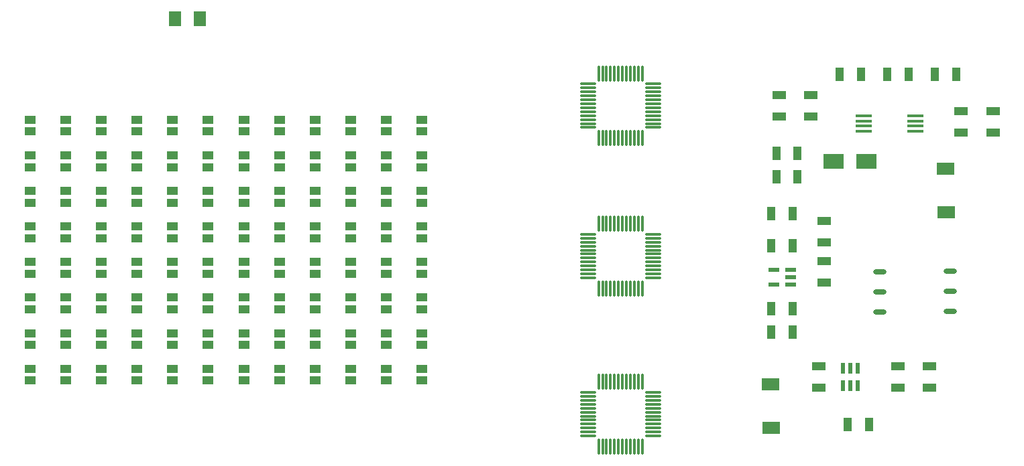
<source format=gtp>
%FSLAX25Y25*%
%MOIN*%
G70*
G01*
G75*
G04 Layer_Color=8421504*
%ADD10R,0.05512X0.04331*%
%ADD11R,0.06693X0.04331*%
%ADD12O,0.06496X0.02559*%
%ADD13R,0.08661X0.05906*%
%ADD14O,0.08268X0.01181*%
%ADD15O,0.01181X0.08268*%
%ADD16R,0.04331X0.06693*%
%ADD17R,0.08465X0.01575*%
%ADD18R,0.08465X0.01575*%
%ADD19R,0.05906X0.07480*%
%ADD20R,0.05709X0.02165*%
%ADD21R,0.05709X0.02165*%
%ADD22R,0.10039X0.07284*%
%ADD23R,0.02165X0.05709*%
%ADD24R,0.02165X0.05709*%
%ADD25C,0.03150*%
%ADD26C,0.00598*%
%ADD27C,0.01575*%
%ADD28C,0.01969*%
%ADD29R,0.11811X0.11811*%
%ADD30O,0.04724X0.09843*%
%ADD31O,0.09843X0.04724*%
%ADD32C,0.19685*%
%ADD33R,0.05906X0.05906*%
%ADD34C,0.05906*%
%ADD35C,0.03150*%
%ADD36C,0.05000*%
%ADD37C,0.03937*%
%ADD38C,0.01000*%
%ADD39C,0.00984*%
%ADD40C,0.02362*%
%ADD41C,0.00787*%
%ADD42C,0.00394*%
D10*
X295378Y65945D02*
D03*
Y60039D02*
D03*
X277661Y65945D02*
D03*
Y60039D02*
D03*
X259945Y65945D02*
D03*
Y60039D02*
D03*
X242228Y65945D02*
D03*
Y60039D02*
D03*
X224512Y65945D02*
D03*
Y60039D02*
D03*
X206795Y65945D02*
D03*
Y60039D02*
D03*
X189079Y65945D02*
D03*
Y60039D02*
D03*
X171362Y65945D02*
D03*
Y60039D02*
D03*
X153646Y65945D02*
D03*
Y60039D02*
D03*
X135929Y65945D02*
D03*
Y60039D02*
D03*
X118212Y65945D02*
D03*
Y60039D02*
D03*
X100496Y65945D02*
D03*
Y60039D02*
D03*
X295378Y83661D02*
D03*
Y77756D02*
D03*
X277661Y83661D02*
D03*
Y77756D02*
D03*
X259945Y83661D02*
D03*
Y77756D02*
D03*
X242228Y83661D02*
D03*
Y77756D02*
D03*
X224512Y83661D02*
D03*
Y77756D02*
D03*
X206795Y83661D02*
D03*
Y77756D02*
D03*
X189079Y83661D02*
D03*
Y77756D02*
D03*
X171362Y83661D02*
D03*
Y77756D02*
D03*
X153646Y83661D02*
D03*
Y77756D02*
D03*
X135929Y83661D02*
D03*
Y77756D02*
D03*
X118212Y83661D02*
D03*
Y77756D02*
D03*
X100496Y83661D02*
D03*
Y77756D02*
D03*
X295378Y101378D02*
D03*
Y95473D02*
D03*
X277661Y101378D02*
D03*
Y95473D02*
D03*
X259945Y101378D02*
D03*
Y95473D02*
D03*
X242228Y101378D02*
D03*
Y95473D02*
D03*
X224512Y101378D02*
D03*
Y95473D02*
D03*
X206795Y101378D02*
D03*
Y95473D02*
D03*
X189079Y101378D02*
D03*
Y95473D02*
D03*
X171362Y101378D02*
D03*
Y95473D02*
D03*
X153646Y101378D02*
D03*
Y95473D02*
D03*
X135929Y101378D02*
D03*
Y95473D02*
D03*
X118212Y101378D02*
D03*
Y95473D02*
D03*
X100496Y101378D02*
D03*
Y95473D02*
D03*
X295378Y119095D02*
D03*
Y113189D02*
D03*
X277661Y119095D02*
D03*
Y113189D02*
D03*
X259945Y119095D02*
D03*
Y113189D02*
D03*
X242228Y119095D02*
D03*
Y113189D02*
D03*
X224512Y119095D02*
D03*
Y113189D02*
D03*
X206795Y119095D02*
D03*
Y113189D02*
D03*
X189079Y119095D02*
D03*
Y113189D02*
D03*
X171362Y119095D02*
D03*
Y113189D02*
D03*
X153646Y119095D02*
D03*
Y113189D02*
D03*
X135929Y119095D02*
D03*
Y113189D02*
D03*
X118212Y119095D02*
D03*
Y113189D02*
D03*
X100496Y119095D02*
D03*
Y113189D02*
D03*
X295378Y136811D02*
D03*
Y130905D02*
D03*
X277661Y136811D02*
D03*
Y130905D02*
D03*
X259945Y136811D02*
D03*
Y130905D02*
D03*
X242228Y136811D02*
D03*
Y130905D02*
D03*
X224512Y136811D02*
D03*
Y130905D02*
D03*
X206795Y136811D02*
D03*
Y130905D02*
D03*
X189079Y136811D02*
D03*
Y130905D02*
D03*
X171362Y136811D02*
D03*
Y130905D02*
D03*
X153646Y136811D02*
D03*
Y130905D02*
D03*
X135929Y136811D02*
D03*
Y130905D02*
D03*
X118212Y136811D02*
D03*
Y130905D02*
D03*
X100496Y136811D02*
D03*
Y130905D02*
D03*
X295378Y154528D02*
D03*
Y148622D02*
D03*
X277661Y154528D02*
D03*
Y148622D02*
D03*
X259945Y154528D02*
D03*
Y148622D02*
D03*
X242228Y154528D02*
D03*
Y148622D02*
D03*
X224512Y154528D02*
D03*
Y148622D02*
D03*
X206795Y154528D02*
D03*
Y148622D02*
D03*
X189079Y154528D02*
D03*
Y148622D02*
D03*
X171362Y154528D02*
D03*
Y148622D02*
D03*
X153646Y154528D02*
D03*
Y148622D02*
D03*
X135929Y154528D02*
D03*
Y148622D02*
D03*
X118212Y154528D02*
D03*
Y148622D02*
D03*
X100496Y154528D02*
D03*
Y148622D02*
D03*
X295378Y172244D02*
D03*
Y166339D02*
D03*
X277661Y172244D02*
D03*
Y166339D02*
D03*
X259945Y172244D02*
D03*
Y166339D02*
D03*
X242228Y172244D02*
D03*
Y166339D02*
D03*
X224512Y172244D02*
D03*
Y166339D02*
D03*
X206795Y172244D02*
D03*
Y166339D02*
D03*
X189079Y172244D02*
D03*
Y166339D02*
D03*
X171362Y172244D02*
D03*
Y166339D02*
D03*
X153646Y172244D02*
D03*
Y166339D02*
D03*
X135929Y172244D02*
D03*
Y166339D02*
D03*
X118212Y172244D02*
D03*
Y166339D02*
D03*
X100496Y172244D02*
D03*
Y166339D02*
D03*
X295378Y189961D02*
D03*
Y184055D02*
D03*
X277661Y189961D02*
D03*
Y184055D02*
D03*
X259945Y189961D02*
D03*
Y184055D02*
D03*
X242228Y189961D02*
D03*
Y184055D02*
D03*
X224512Y189961D02*
D03*
Y184055D02*
D03*
X206795Y189961D02*
D03*
Y184055D02*
D03*
X189079Y189961D02*
D03*
Y184055D02*
D03*
X171362Y189961D02*
D03*
Y184055D02*
D03*
X153646Y189961D02*
D03*
Y184055D02*
D03*
X135929Y189961D02*
D03*
Y184055D02*
D03*
X118212Y189961D02*
D03*
Y184055D02*
D03*
X100496Y189961D02*
D03*
Y184055D02*
D03*
D11*
X495276Y108858D02*
D03*
Y119488D02*
D03*
X547638Y56496D02*
D03*
Y67126D02*
D03*
X563386Y194291D02*
D03*
Y183661D02*
D03*
X472835Y191535D02*
D03*
Y202165D02*
D03*
X488583D02*
D03*
Y191535D02*
D03*
X492520Y56496D02*
D03*
Y67126D02*
D03*
X531890Y56496D02*
D03*
Y67126D02*
D03*
X579134Y194291D02*
D03*
Y183661D02*
D03*
X495276Y128937D02*
D03*
Y139567D02*
D03*
D12*
X557874Y114567D02*
D03*
Y104567D02*
D03*
Y94567D02*
D03*
X522835Y94173D02*
D03*
Y104173D02*
D03*
Y114173D02*
D03*
D13*
X555905Y143701D02*
D03*
X555512Y165354D02*
D03*
X468504Y58268D02*
D03*
X468898Y36614D02*
D03*
D14*
X410142Y111220D02*
D03*
Y113189D02*
D03*
Y115157D02*
D03*
Y117126D02*
D03*
Y119094D02*
D03*
Y121063D02*
D03*
Y123031D02*
D03*
Y125000D02*
D03*
Y126968D02*
D03*
Y128937D02*
D03*
Y130905D02*
D03*
Y132874D02*
D03*
X377858D02*
D03*
Y130905D02*
D03*
Y128937D02*
D03*
Y126968D02*
D03*
Y125000D02*
D03*
Y123031D02*
D03*
Y121063D02*
D03*
Y119094D02*
D03*
Y117126D02*
D03*
Y115157D02*
D03*
Y113189D02*
D03*
Y111220D02*
D03*
X410142Y32480D02*
D03*
Y34449D02*
D03*
Y36417D02*
D03*
Y38386D02*
D03*
Y40354D02*
D03*
Y42323D02*
D03*
Y44291D02*
D03*
Y46260D02*
D03*
Y48228D02*
D03*
Y50197D02*
D03*
Y52165D02*
D03*
Y54134D02*
D03*
X377858D02*
D03*
Y52165D02*
D03*
Y50197D02*
D03*
Y48228D02*
D03*
Y46260D02*
D03*
Y44291D02*
D03*
Y42323D02*
D03*
Y40354D02*
D03*
Y38386D02*
D03*
Y36417D02*
D03*
Y34449D02*
D03*
Y32480D02*
D03*
Y186024D02*
D03*
Y187992D02*
D03*
Y189961D02*
D03*
Y191929D02*
D03*
Y193898D02*
D03*
Y195866D02*
D03*
Y197835D02*
D03*
Y199803D02*
D03*
Y201772D02*
D03*
Y203740D02*
D03*
Y205709D02*
D03*
Y207677D02*
D03*
X410142D02*
D03*
Y205709D02*
D03*
Y203740D02*
D03*
Y201772D02*
D03*
Y199803D02*
D03*
Y197835D02*
D03*
Y195866D02*
D03*
Y193898D02*
D03*
Y191929D02*
D03*
Y189961D02*
D03*
Y187992D02*
D03*
Y186024D02*
D03*
D15*
X404827Y138189D02*
D03*
X402858D02*
D03*
X400890D02*
D03*
X398921D02*
D03*
X396953D02*
D03*
X394984D02*
D03*
X393016D02*
D03*
X391047D02*
D03*
X389078D02*
D03*
X387110D02*
D03*
X385142D02*
D03*
X383173D02*
D03*
Y105905D02*
D03*
X385142D02*
D03*
X387110D02*
D03*
X389078D02*
D03*
X391047D02*
D03*
X393016D02*
D03*
X394984D02*
D03*
X396953D02*
D03*
X398921D02*
D03*
X400890D02*
D03*
X402858D02*
D03*
X404827D02*
D03*
Y59449D02*
D03*
X402858D02*
D03*
X400890D02*
D03*
X398921D02*
D03*
X396953D02*
D03*
X394984D02*
D03*
X393016D02*
D03*
X391047D02*
D03*
X389079D02*
D03*
X387110D02*
D03*
X385142D02*
D03*
X383173D02*
D03*
Y27165D02*
D03*
X385142D02*
D03*
X387110D02*
D03*
X389079D02*
D03*
X391047D02*
D03*
X393016D02*
D03*
X394984D02*
D03*
X396953D02*
D03*
X398921D02*
D03*
X400890D02*
D03*
X402858D02*
D03*
X404827D02*
D03*
X404826Y180709D02*
D03*
X402858D02*
D03*
X400890D02*
D03*
X398921D02*
D03*
X396953D02*
D03*
X394984D02*
D03*
X393016D02*
D03*
X391047D02*
D03*
X389078D02*
D03*
X387110D02*
D03*
X385142D02*
D03*
X383173D02*
D03*
Y212992D02*
D03*
X385142D02*
D03*
X387110D02*
D03*
X389078D02*
D03*
X391047D02*
D03*
X393016D02*
D03*
X394984D02*
D03*
X396953D02*
D03*
X398921D02*
D03*
X400890D02*
D03*
X402858D02*
D03*
X404826D02*
D03*
D16*
X550197Y212598D02*
D03*
X560827D02*
D03*
X502953Y212598D02*
D03*
X513583D02*
D03*
X469055Y84016D02*
D03*
X479685D02*
D03*
X479685Y95827D02*
D03*
X469055D02*
D03*
X479685Y127323D02*
D03*
X469055D02*
D03*
X479685Y143071D02*
D03*
X469055D02*
D03*
X471457Y161417D02*
D03*
X482087D02*
D03*
X537205Y212598D02*
D03*
X526575D02*
D03*
X471457Y173228D02*
D03*
X482087D02*
D03*
X506890Y38189D02*
D03*
X517520D02*
D03*
D17*
X514823Y191870D02*
D03*
D18*
Y189311D02*
D03*
Y186752D02*
D03*
Y184193D02*
D03*
X540610Y191870D02*
D03*
Y189311D02*
D03*
Y186752D02*
D03*
Y184193D02*
D03*
D19*
X184843Y240158D02*
D03*
X172638D02*
D03*
D20*
X478602Y107835D02*
D03*
D21*
Y111575D02*
D03*
Y115315D02*
D03*
X470138D02*
D03*
Y107835D02*
D03*
D22*
X516437Y169291D02*
D03*
X500098D02*
D03*
D23*
X504528Y57579D02*
D03*
D24*
X508268D02*
D03*
X512008D02*
D03*
Y66043D02*
D03*
X508268D02*
D03*
X504528D02*
D03*
M02*

</source>
